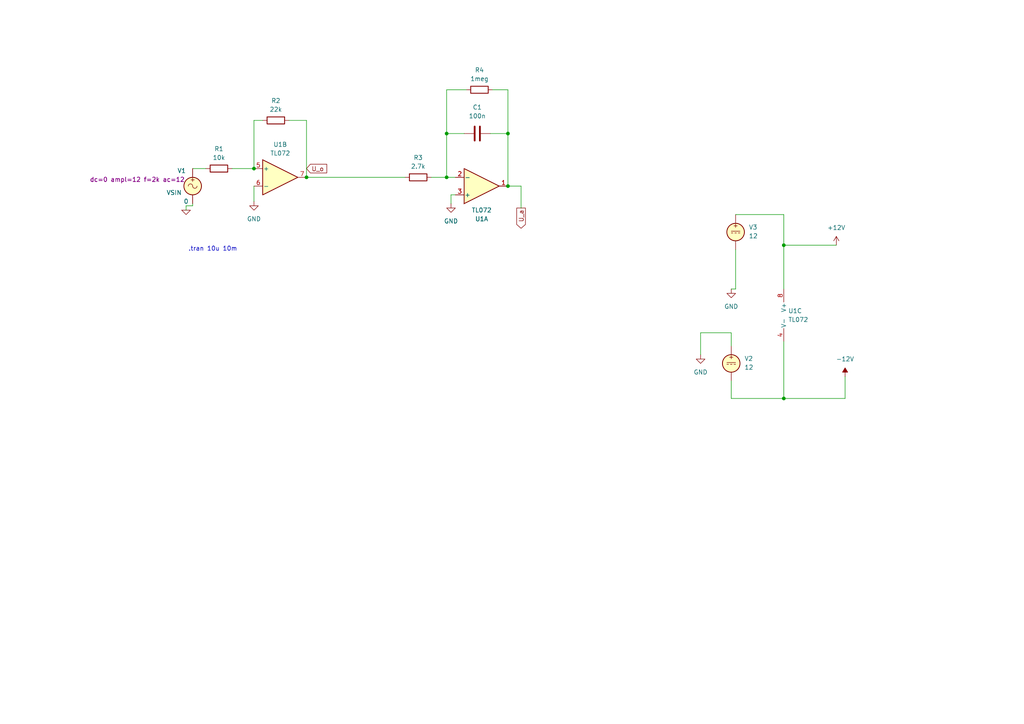
<source format=kicad_sch>
(kicad_sch (version 20230121) (generator eeschema)

  (uuid 2bfb4d56-aacb-4507-b57e-dbc901fa3ede)

  (paper "A4")

  (lib_symbols
    (symbol "Amplifier_Operational:TL072" (pin_names (offset 0.127)) (in_bom yes) (on_board yes)
      (property "Reference" "U" (at 0 5.08 0)
        (effects (font (size 1.27 1.27)) (justify left))
      )
      (property "Value" "TL072" (at 0 -5.08 0)
        (effects (font (size 1.27 1.27)) (justify left))
      )
      (property "Footprint" "" (at 0 0 0)
        (effects (font (size 1.27 1.27)) hide)
      )
      (property "Datasheet" "http://www.ti.com/lit/ds/symlink/tl071.pdf" (at 0 0 0)
        (effects (font (size 1.27 1.27)) hide)
      )
      (property "ki_locked" "" (at 0 0 0)
        (effects (font (size 1.27 1.27)))
      )
      (property "ki_keywords" "dual opamp" (at 0 0 0)
        (effects (font (size 1.27 1.27)) hide)
      )
      (property "ki_description" "Dual Low-Noise JFET-Input Operational Amplifiers, DIP-8/SOIC-8" (at 0 0 0)
        (effects (font (size 1.27 1.27)) hide)
      )
      (property "ki_fp_filters" "SOIC*3.9x4.9mm*P1.27mm* DIP*W7.62mm* TO*99* OnSemi*Micro8* TSSOP*3x3mm*P0.65mm* TSSOP*4.4x3mm*P0.65mm* MSOP*3x3mm*P0.65mm* SSOP*3.9x4.9mm*P0.635mm* LFCSP*2x2mm*P0.5mm* *SIP* SOIC*5.3x6.2mm*P1.27mm*" (at 0 0 0)
        (effects (font (size 1.27 1.27)) hide)
      )
      (symbol "TL072_1_1"
        (polyline
          (pts
            (xy -5.08 5.08)
            (xy 5.08 0)
            (xy -5.08 -5.08)
            (xy -5.08 5.08)
          )
          (stroke (width 0.254) (type default))
          (fill (type background))
        )
        (pin output line (at 7.62 0 180) (length 2.54)
          (name "~" (effects (font (size 1.27 1.27))))
          (number "1" (effects (font (size 1.27 1.27))))
        )
        (pin input line (at -7.62 -2.54 0) (length 2.54)
          (name "-" (effects (font (size 1.27 1.27))))
          (number "2" (effects (font (size 1.27 1.27))))
        )
        (pin input line (at -7.62 2.54 0) (length 2.54)
          (name "+" (effects (font (size 1.27 1.27))))
          (number "3" (effects (font (size 1.27 1.27))))
        )
      )
      (symbol "TL072_2_1"
        (polyline
          (pts
            (xy -5.08 5.08)
            (xy 5.08 0)
            (xy -5.08 -5.08)
            (xy -5.08 5.08)
          )
          (stroke (width 0.254) (type default))
          (fill (type background))
        )
        (pin input line (at -7.62 2.54 0) (length 2.54)
          (name "+" (effects (font (size 1.27 1.27))))
          (number "5" (effects (font (size 1.27 1.27))))
        )
        (pin input line (at -7.62 -2.54 0) (length 2.54)
          (name "-" (effects (font (size 1.27 1.27))))
          (number "6" (effects (font (size 1.27 1.27))))
        )
        (pin output line (at 7.62 0 180) (length 2.54)
          (name "~" (effects (font (size 1.27 1.27))))
          (number "7" (effects (font (size 1.27 1.27))))
        )
      )
      (symbol "TL072_3_1"
        (pin power_in line (at -2.54 -7.62 90) (length 3.81)
          (name "V-" (effects (font (size 1.27 1.27))))
          (number "4" (effects (font (size 1.27 1.27))))
        )
        (pin power_in line (at -2.54 7.62 270) (length 3.81)
          (name "V+" (effects (font (size 1.27 1.27))))
          (number "8" (effects (font (size 1.27 1.27))))
        )
      )
    )
    (symbol "Device:C" (pin_numbers hide) (pin_names (offset 0.254)) (in_bom yes) (on_board yes)
      (property "Reference" "C" (at 0.635 2.54 0)
        (effects (font (size 1.27 1.27)) (justify left))
      )
      (property "Value" "C" (at 0.635 -2.54 0)
        (effects (font (size 1.27 1.27)) (justify left))
      )
      (property "Footprint" "" (at 0.9652 -3.81 0)
        (effects (font (size 1.27 1.27)) hide)
      )
      (property "Datasheet" "~" (at 0 0 0)
        (effects (font (size 1.27 1.27)) hide)
      )
      (property "ki_keywords" "cap capacitor" (at 0 0 0)
        (effects (font (size 1.27 1.27)) hide)
      )
      (property "ki_description" "Unpolarized capacitor" (at 0 0 0)
        (effects (font (size 1.27 1.27)) hide)
      )
      (property "ki_fp_filters" "C_*" (at 0 0 0)
        (effects (font (size 1.27 1.27)) hide)
      )
      (symbol "C_0_1"
        (polyline
          (pts
            (xy -2.032 -0.762)
            (xy 2.032 -0.762)
          )
          (stroke (width 0.508) (type default))
          (fill (type none))
        )
        (polyline
          (pts
            (xy -2.032 0.762)
            (xy 2.032 0.762)
          )
          (stroke (width 0.508) (type default))
          (fill (type none))
        )
      )
      (symbol "C_1_1"
        (pin passive line (at 0 3.81 270) (length 2.794)
          (name "~" (effects (font (size 1.27 1.27))))
          (number "1" (effects (font (size 1.27 1.27))))
        )
        (pin passive line (at 0 -3.81 90) (length 2.794)
          (name "~" (effects (font (size 1.27 1.27))))
          (number "2" (effects (font (size 1.27 1.27))))
        )
      )
    )
    (symbol "Device:R" (pin_numbers hide) (pin_names (offset 0)) (in_bom yes) (on_board yes)
      (property "Reference" "R" (at 2.032 0 90)
        (effects (font (size 1.27 1.27)))
      )
      (property "Value" "R" (at 0 0 90)
        (effects (font (size 1.27 1.27)))
      )
      (property "Footprint" "" (at -1.778 0 90)
        (effects (font (size 1.27 1.27)) hide)
      )
      (property "Datasheet" "~" (at 0 0 0)
        (effects (font (size 1.27 1.27)) hide)
      )
      (property "ki_keywords" "R res resistor" (at 0 0 0)
        (effects (font (size 1.27 1.27)) hide)
      )
      (property "ki_description" "Resistor" (at 0 0 0)
        (effects (font (size 1.27 1.27)) hide)
      )
      (property "ki_fp_filters" "R_*" (at 0 0 0)
        (effects (font (size 1.27 1.27)) hide)
      )
      (symbol "R_0_1"
        (rectangle (start -1.016 -2.54) (end 1.016 2.54)
          (stroke (width 0.254) (type default))
          (fill (type none))
        )
      )
      (symbol "R_1_1"
        (pin passive line (at 0 3.81 270) (length 1.27)
          (name "~" (effects (font (size 1.27 1.27))))
          (number "1" (effects (font (size 1.27 1.27))))
        )
        (pin passive line (at 0 -3.81 90) (length 1.27)
          (name "~" (effects (font (size 1.27 1.27))))
          (number "2" (effects (font (size 1.27 1.27))))
        )
      )
    )
    (symbol "Simulation_SPICE:0" (power) (pin_names (offset 0)) (in_bom yes) (on_board yes)
      (property "Reference" "#GND" (at 0 -2.54 0)
        (effects (font (size 1.27 1.27)) hide)
      )
      (property "Value" "0" (at 0 -1.778 0)
        (effects (font (size 1.27 1.27)))
      )
      (property "Footprint" "" (at 0 0 0)
        (effects (font (size 1.27 1.27)) hide)
      )
      (property "Datasheet" "~" (at 0 0 0)
        (effects (font (size 1.27 1.27)) hide)
      )
      (property "ki_keywords" "simulation" (at 0 0 0)
        (effects (font (size 1.27 1.27)) hide)
      )
      (property "ki_description" "0V reference potential for simulation" (at 0 0 0)
        (effects (font (size 1.27 1.27)) hide)
      )
      (symbol "0_0_1"
        (polyline
          (pts
            (xy -1.27 0)
            (xy 0 -1.27)
            (xy 1.27 0)
            (xy -1.27 0)
          )
          (stroke (width 0) (type default))
          (fill (type none))
        )
      )
      (symbol "0_1_1"
        (pin power_in line (at 0 0 0) (length 0) hide
          (name "0" (effects (font (size 1.016 1.016))))
          (number "1" (effects (font (size 1.016 1.016))))
        )
      )
    )
    (symbol "Simulation_SPICE:VDC" (pin_numbers hide) (pin_names (offset 0.0254)) (in_bom yes) (on_board yes)
      (property "Reference" "V" (at 2.54 2.54 0)
        (effects (font (size 1.27 1.27)) (justify left))
      )
      (property "Value" "1" (at 2.54 0 0)
        (effects (font (size 1.27 1.27)) (justify left))
      )
      (property "Footprint" "" (at 0 0 0)
        (effects (font (size 1.27 1.27)) hide)
      )
      (property "Datasheet" "~" (at 0 0 0)
        (effects (font (size 1.27 1.27)) hide)
      )
      (property "Sim.Pins" "1=+ 2=-" (at 0 0 0)
        (effects (font (size 1.27 1.27)) hide)
      )
      (property "Sim.Type" "DC" (at 0 0 0)
        (effects (font (size 1.27 1.27)) hide)
      )
      (property "Sim.Device" "V" (at 0 0 0)
        (effects (font (size 1.27 1.27)) (justify left) hide)
      )
      (property "ki_keywords" "simulation" (at 0 0 0)
        (effects (font (size 1.27 1.27)) hide)
      )
      (property "ki_description" "Voltage source, DC" (at 0 0 0)
        (effects (font (size 1.27 1.27)) hide)
      )
      (symbol "VDC_0_0"
        (polyline
          (pts
            (xy -1.27 0.254)
            (xy 1.27 0.254)
          )
          (stroke (width 0) (type default))
          (fill (type none))
        )
        (polyline
          (pts
            (xy -0.762 -0.254)
            (xy -1.27 -0.254)
          )
          (stroke (width 0) (type default))
          (fill (type none))
        )
        (polyline
          (pts
            (xy 0.254 -0.254)
            (xy -0.254 -0.254)
          )
          (stroke (width 0) (type default))
          (fill (type none))
        )
        (polyline
          (pts
            (xy 1.27 -0.254)
            (xy 0.762 -0.254)
          )
          (stroke (width 0) (type default))
          (fill (type none))
        )
        (text "+" (at 0 1.905 0)
          (effects (font (size 1.27 1.27)))
        )
      )
      (symbol "VDC_0_1"
        (circle (center 0 0) (radius 2.54)
          (stroke (width 0.254) (type default))
          (fill (type background))
        )
      )
      (symbol "VDC_1_1"
        (pin passive line (at 0 5.08 270) (length 2.54)
          (name "~" (effects (font (size 1.27 1.27))))
          (number "1" (effects (font (size 1.27 1.27))))
        )
        (pin passive line (at 0 -5.08 90) (length 2.54)
          (name "~" (effects (font (size 1.27 1.27))))
          (number "2" (effects (font (size 1.27 1.27))))
        )
      )
    )
    (symbol "Simulation_SPICE:VSIN" (pin_numbers hide) (pin_names (offset 0.0254)) (in_bom yes) (on_board yes)
      (property "Reference" "V" (at 2.54 2.54 0)
        (effects (font (size 1.27 1.27)) (justify left))
      )
      (property "Value" "VSIN" (at 2.54 0 0)
        (effects (font (size 1.27 1.27)) (justify left))
      )
      (property "Footprint" "" (at 0 0 0)
        (effects (font (size 1.27 1.27)) hide)
      )
      (property "Datasheet" "~" (at 0 0 0)
        (effects (font (size 1.27 1.27)) hide)
      )
      (property "Sim.Pins" "1=+ 2=-" (at 0 0 0)
        (effects (font (size 1.27 1.27)) hide)
      )
      (property "Sim.Params" "dc=0 ampl=1 f=1k ac=1" (at 2.54 -2.54 0)
        (effects (font (size 1.27 1.27)) (justify left))
      )
      (property "Sim.Type" "SIN" (at 0 0 0)
        (effects (font (size 1.27 1.27)) hide)
      )
      (property "Sim.Device" "V" (at 0 0 0)
        (effects (font (size 1.27 1.27)) (justify left) hide)
      )
      (property "ki_keywords" "simulation ac vac" (at 0 0 0)
        (effects (font (size 1.27 1.27)) hide)
      )
      (property "ki_description" "Voltage source, sinusoidal" (at 0 0 0)
        (effects (font (size 1.27 1.27)) hide)
      )
      (symbol "VSIN_0_0"
        (arc (start 0 0) (mid -0.635 0.6323) (end -1.27 0)
          (stroke (width 0) (type default))
          (fill (type none))
        )
        (arc (start 0 0) (mid 0.635 -0.6323) (end 1.27 0)
          (stroke (width 0) (type default))
          (fill (type none))
        )
        (text "+" (at 0 1.905 0)
          (effects (font (size 1.27 1.27)))
        )
      )
      (symbol "VSIN_0_1"
        (circle (center 0 0) (radius 2.54)
          (stroke (width 0.254) (type default))
          (fill (type background))
        )
      )
      (symbol "VSIN_1_1"
        (pin passive line (at 0 5.08 270) (length 2.54)
          (name "~" (effects (font (size 1.27 1.27))))
          (number "1" (effects (font (size 1.27 1.27))))
        )
        (pin passive line (at 0 -5.08 90) (length 2.54)
          (name "~" (effects (font (size 1.27 1.27))))
          (number "2" (effects (font (size 1.27 1.27))))
        )
      )
    )
    (symbol "power:+12V" (power) (pin_names (offset 0)) (in_bom yes) (on_board yes)
      (property "Reference" "#PWR" (at 0 -3.81 0)
        (effects (font (size 1.27 1.27)) hide)
      )
      (property "Value" "+12V" (at 0 3.556 0)
        (effects (font (size 1.27 1.27)))
      )
      (property "Footprint" "" (at 0 0 0)
        (effects (font (size 1.27 1.27)) hide)
      )
      (property "Datasheet" "" (at 0 0 0)
        (effects (font (size 1.27 1.27)) hide)
      )
      (property "ki_keywords" "global power" (at 0 0 0)
        (effects (font (size 1.27 1.27)) hide)
      )
      (property "ki_description" "Power symbol creates a global label with name \"+12V\"" (at 0 0 0)
        (effects (font (size 1.27 1.27)) hide)
      )
      (symbol "+12V_0_1"
        (polyline
          (pts
            (xy -0.762 1.27)
            (xy 0 2.54)
          )
          (stroke (width 0) (type default))
          (fill (type none))
        )
        (polyline
          (pts
            (xy 0 0)
            (xy 0 2.54)
          )
          (stroke (width 0) (type default))
          (fill (type none))
        )
        (polyline
          (pts
            (xy 0 2.54)
            (xy 0.762 1.27)
          )
          (stroke (width 0) (type default))
          (fill (type none))
        )
      )
      (symbol "+12V_1_1"
        (pin power_in line (at 0 0 90) (length 0) hide
          (name "+12V" (effects (font (size 1.27 1.27))))
          (number "1" (effects (font (size 1.27 1.27))))
        )
      )
    )
    (symbol "power:-12V" (power) (pin_names (offset 0)) (in_bom yes) (on_board yes)
      (property "Reference" "#PWR" (at 0 2.54 0)
        (effects (font (size 1.27 1.27)) hide)
      )
      (property "Value" "-12V" (at 0 3.81 0)
        (effects (font (size 1.27 1.27)))
      )
      (property "Footprint" "" (at 0 0 0)
        (effects (font (size 1.27 1.27)) hide)
      )
      (property "Datasheet" "" (at 0 0 0)
        (effects (font (size 1.27 1.27)) hide)
      )
      (property "ki_keywords" "global power" (at 0 0 0)
        (effects (font (size 1.27 1.27)) hide)
      )
      (property "ki_description" "Power symbol creates a global label with name \"-12V\"" (at 0 0 0)
        (effects (font (size 1.27 1.27)) hide)
      )
      (symbol "-12V_0_0"
        (pin power_in line (at 0 0 90) (length 0) hide
          (name "-12V" (effects (font (size 1.27 1.27))))
          (number "1" (effects (font (size 1.27 1.27))))
        )
      )
      (symbol "-12V_0_1"
        (polyline
          (pts
            (xy 0 0)
            (xy 0 1.27)
            (xy 0.762 1.27)
            (xy 0 2.54)
            (xy -0.762 1.27)
            (xy 0 1.27)
          )
          (stroke (width 0) (type default))
          (fill (type outline))
        )
      )
    )
    (symbol "power:GND" (power) (pin_names (offset 0)) (in_bom yes) (on_board yes)
      (property "Reference" "#PWR" (at 0 -6.35 0)
        (effects (font (size 1.27 1.27)) hide)
      )
      (property "Value" "GND" (at 0 -3.81 0)
        (effects (font (size 1.27 1.27)))
      )
      (property "Footprint" "" (at 0 0 0)
        (effects (font (size 1.27 1.27)) hide)
      )
      (property "Datasheet" "" (at 0 0 0)
        (effects (font (size 1.27 1.27)) hide)
      )
      (property "ki_keywords" "global power" (at 0 0 0)
        (effects (font (size 1.27 1.27)) hide)
      )
      (property "ki_description" "Power symbol creates a global label with name \"GND\" , ground" (at 0 0 0)
        (effects (font (size 1.27 1.27)) hide)
      )
      (symbol "GND_0_1"
        (polyline
          (pts
            (xy 0 0)
            (xy 0 -1.27)
            (xy 1.27 -1.27)
            (xy 0 -2.54)
            (xy -1.27 -1.27)
            (xy 0 -1.27)
          )
          (stroke (width 0) (type default))
          (fill (type none))
        )
      )
      (symbol "GND_1_1"
        (pin power_in line (at 0 0 270) (length 0) hide
          (name "GND" (effects (font (size 1.27 1.27))))
          (number "1" (effects (font (size 1.27 1.27))))
        )
      )
    )
  )

  (junction (at 147.32 38.735) (diameter 0) (color 0 0 0 0)
    (uuid 05bd8c15-a81f-419b-b4f7-83fc6b966a1c)
  )
  (junction (at 129.54 51.435) (diameter 0) (color 0 0 0 0)
    (uuid 3996d8af-63dc-453f-a7a8-10b06a25194d)
  )
  (junction (at 129.54 38.735) (diameter 0) (color 0 0 0 0)
    (uuid 6834ff3c-f62d-410d-9560-f187a1b72037)
  )
  (junction (at 227.33 71.12) (diameter 0) (color 0 0 0 0)
    (uuid 6a89ef1c-a753-4958-b53a-48533f69bcb5)
  )
  (junction (at 147.32 53.975) (diameter 0) (color 0 0 0 0)
    (uuid 7a028f84-c4a8-4a56-b497-0f7614691634)
  )
  (junction (at 227.33 115.57) (diameter 0) (color 0 0 0 0)
    (uuid 86421868-34e2-4876-b3ae-f3a2ea10353b)
  )
  (junction (at 73.66 48.895) (diameter 0) (color 0 0 0 0)
    (uuid f9f46acc-6ded-40ba-85a0-513321f14aaa)
  )
  (junction (at 88.9 51.435) (diameter 0) (color 0 0 0 0)
    (uuid fe2403c4-459c-4536-bebb-02fbc64216d0)
  )

  (wire (pts (xy 203.2 96.52) (xy 212.09 96.52))
    (stroke (width 0) (type default))
    (uuid 1491ed6a-30fc-4482-834b-620a2990f21e)
  )
  (wire (pts (xy 213.36 72.39) (xy 213.36 83.82))
    (stroke (width 0) (type default))
    (uuid 17cd3ca0-084d-4848-b9ea-cd493e249860)
  )
  (wire (pts (xy 73.66 34.925) (xy 73.66 48.895))
    (stroke (width 0) (type default))
    (uuid 1844789a-0d78-4f51-9f67-ff9c0e2a74e4)
  )
  (wire (pts (xy 88.9 34.925) (xy 88.9 51.435))
    (stroke (width 0) (type default))
    (uuid 1bbfbe01-c9db-4e23-8ceb-bb1ed5aeb7cc)
  )
  (wire (pts (xy 134.62 38.735) (xy 129.54 38.735))
    (stroke (width 0) (type default))
    (uuid 1f5411d1-08a2-4d4b-9ac5-cee4074b042b)
  )
  (wire (pts (xy 242.57 71.12) (xy 227.33 71.12))
    (stroke (width 0) (type default))
    (uuid 20325190-fbc1-43df-8076-16d5b95737c6)
  )
  (wire (pts (xy 83.82 34.925) (xy 88.9 34.925))
    (stroke (width 0) (type default))
    (uuid 2b214413-e267-4a8b-a016-d897043ed8e9)
  )
  (wire (pts (xy 227.33 71.12) (xy 227.33 83.82))
    (stroke (width 0) (type default))
    (uuid 2cd123cb-08db-4280-b96e-05a063523cc4)
  )
  (wire (pts (xy 147.32 26.035) (xy 147.32 38.735))
    (stroke (width 0) (type default))
    (uuid 2d3276ca-dec6-43af-b9cd-0784f2523944)
  )
  (wire (pts (xy 53.975 60.96) (xy 53.975 59.69))
    (stroke (width 0) (type default))
    (uuid 310cbad3-305e-49fa-9e6e-8c1befcc3b71)
  )
  (wire (pts (xy 213.36 62.23) (xy 227.33 62.23))
    (stroke (width 0) (type default))
    (uuid 33d23401-ee96-4594-8f14-b6c51b80ef7c)
  )
  (wire (pts (xy 59.69 48.895) (xy 55.88 48.895))
    (stroke (width 0) (type default))
    (uuid 3a6a000c-18f0-4ce8-9508-97e665f3df74)
  )
  (wire (pts (xy 151.13 53.975) (xy 147.32 53.975))
    (stroke (width 0) (type default))
    (uuid 3acd9c53-8f3b-4b21-b9ff-1eac4b75e703)
  )
  (wire (pts (xy 73.66 53.975) (xy 73.66 58.42))
    (stroke (width 0) (type default))
    (uuid 458858c8-b8a3-45ce-9b8d-4396623ac155)
  )
  (wire (pts (xy 55.88 59.69) (xy 55.88 59.055))
    (stroke (width 0) (type default))
    (uuid 46d0c212-d4fe-4c5a-b20b-0f872f31c8f0)
  )
  (wire (pts (xy 125.095 51.435) (xy 129.54 51.435))
    (stroke (width 0) (type default))
    (uuid 4b95fe8c-7de5-4c63-b912-8d082821a98c)
  )
  (wire (pts (xy 67.31 48.895) (xy 73.66 48.895))
    (stroke (width 0) (type default))
    (uuid 4ccbbfdd-0e66-42a7-be76-546f1f21cd7e)
  )
  (wire (pts (xy 213.36 83.82) (xy 212.09 83.82))
    (stroke (width 0) (type default))
    (uuid 4fd994b4-8f5f-4205-bf51-447703dc063f)
  )
  (wire (pts (xy 142.24 38.735) (xy 147.32 38.735))
    (stroke (width 0) (type default))
    (uuid 575df4d5-66df-4dc4-a914-8e4b32e1e097)
  )
  (wire (pts (xy 227.33 115.57) (xy 245.11 115.57))
    (stroke (width 0) (type default))
    (uuid 60445fb6-7177-4d7f-b063-7bc71a6a6f88)
  )
  (wire (pts (xy 212.09 115.57) (xy 227.33 115.57))
    (stroke (width 0) (type default))
    (uuid 6d73ed47-5f0c-40a4-a500-19470f8762c1)
  )
  (wire (pts (xy 212.09 96.52) (xy 212.09 100.33))
    (stroke (width 0) (type default))
    (uuid 754a372c-063f-44cc-a1cd-fb1c4f4eb45b)
  )
  (wire (pts (xy 142.875 26.035) (xy 147.32 26.035))
    (stroke (width 0) (type default))
    (uuid 79002e9c-b5e0-463b-bcc4-0a9a472cf48f)
  )
  (wire (pts (xy 147.32 38.735) (xy 147.32 53.975))
    (stroke (width 0) (type default))
    (uuid 7b90642c-1f0c-4384-82d0-ca9f0c3250cf)
  )
  (wire (pts (xy 129.54 51.435) (xy 132.08 51.435))
    (stroke (width 0) (type default))
    (uuid 7d86d0ea-7666-4afc-81d5-d173db8f0f42)
  )
  (wire (pts (xy 227.33 62.23) (xy 227.33 71.12))
    (stroke (width 0) (type default))
    (uuid 8bfa8c36-4e33-4392-9559-c3c087b4e42e)
  )
  (wire (pts (xy 227.33 99.06) (xy 227.33 115.57))
    (stroke (width 0) (type default))
    (uuid 90938749-bd41-45e8-a99e-f1fb1203d75e)
  )
  (wire (pts (xy 203.2 102.87) (xy 203.2 96.52))
    (stroke (width 0) (type default))
    (uuid a43eea85-aea5-470b-88e7-9baa3abb4b07)
  )
  (wire (pts (xy 132.08 56.515) (xy 130.81 56.515))
    (stroke (width 0) (type default))
    (uuid a8ec3f5a-fb6a-426e-a91a-ce874ef4d9a2)
  )
  (wire (pts (xy 76.2 34.925) (xy 73.66 34.925))
    (stroke (width 0) (type default))
    (uuid a98a2eac-c6e9-45f4-8815-5e2ac5e46b60)
  )
  (wire (pts (xy 212.09 110.49) (xy 212.09 115.57))
    (stroke (width 0) (type default))
    (uuid b6455ff5-7c94-4b05-803d-65b59148bd0e)
  )
  (wire (pts (xy 88.9 51.435) (xy 117.475 51.435))
    (stroke (width 0) (type default))
    (uuid c6057478-cb5d-435f-b988-611f629a3b9e)
  )
  (wire (pts (xy 130.81 56.515) (xy 130.81 59.055))
    (stroke (width 0) (type default))
    (uuid c966d71c-048e-46cd-9631-aab4e577d9fc)
  )
  (wire (pts (xy 135.255 26.035) (xy 129.54 26.035))
    (stroke (width 0) (type default))
    (uuid d428ce35-b6fb-468b-bbf0-501437c33802)
  )
  (wire (pts (xy 151.13 60.325) (xy 151.13 53.975))
    (stroke (width 0) (type default))
    (uuid e9580ef4-2604-4fab-b298-6ebce1589623)
  )
  (wire (pts (xy 129.54 38.735) (xy 129.54 51.435))
    (stroke (width 0) (type default))
    (uuid eb3e9a30-3983-46f1-a727-87a51c6aa7c7)
  )
  (wire (pts (xy 53.975 59.69) (xy 55.88 59.69))
    (stroke (width 0) (type default))
    (uuid f5ce7d1e-1aa1-475b-a809-55f2185cceb6)
  )
  (wire (pts (xy 245.11 109.22) (xy 245.11 115.57))
    (stroke (width 0) (type default))
    (uuid fdff9e68-5b1a-4100-8fa9-88867cdcefc0)
  )
  (wire (pts (xy 129.54 26.035) (xy 129.54 38.735))
    (stroke (width 0) (type default))
    (uuid ff5114a0-0f52-4f3b-96fc-7f3558bcc779)
  )

  (text ".tran 10u 10m\n" (at 54.61 73.025 0)
    (effects (font (size 1.27 1.27)) (justify left bottom))
    (uuid 9fe824af-f302-4922-85a0-8a74386e9232)
  )

  (global_label "U_a" (shape output) (at 151.13 60.325 270) (fields_autoplaced)
    (effects (font (size 1.27 1.27)) (justify right))
    (uuid 42385e52-8a3f-4e11-bf73-1d1055ddd5e5)
    (property "Intersheetrefs" "${INTERSHEET_REFS}" (at 151.13 66.7573 90)
      (effects (font (size 1.27 1.27)) (justify right) hide)
    )
  )
  (global_label "U_o" (shape input) (at 88.9 48.895 0) (fields_autoplaced)
    (effects (font (size 1.27 1.27)) (justify left))
    (uuid 73505be5-5f4d-4d6e-a6df-7094d37c2acd)
    (property "Intersheetrefs" "${INTERSHEET_REFS}" (at 95.3323 48.895 0)
      (effects (font (size 1.27 1.27)) (justify left) hide)
    )
  )

  (symbol (lib_id "Simulation_SPICE:VDC") (at 212.09 105.41 0) (unit 1)
    (in_bom yes) (on_board yes) (dnp no) (fields_autoplaced)
    (uuid 113d1637-770d-41d9-9e07-20146d57544d)
    (property "Reference" "V2" (at 215.9 104.0102 0)
      (effects (font (size 1.27 1.27)) (justify left))
    )
    (property "Value" "12" (at 215.9 106.5502 0)
      (effects (font (size 1.27 1.27)) (justify left))
    )
    (property "Footprint" "" (at 212.09 105.41 0)
      (effects (font (size 1.27 1.27)) hide)
    )
    (property "Datasheet" "~" (at 212.09 105.41 0)
      (effects (font (size 1.27 1.27)) hide)
    )
    (property "Sim.Pins" "1=+ 2=-" (at 212.09 105.41 0)
      (effects (font (size 1.27 1.27)) hide)
    )
    (property "Sim.Type" "DC" (at 212.09 105.41 0)
      (effects (font (size 1.27 1.27)) hide)
    )
    (property "Sim.Device" "V" (at 212.09 105.41 0)
      (effects (font (size 1.27 1.27)) (justify left) hide)
    )
    (pin "2" (uuid c1ecc732-2f82-4db3-95b5-b98b85dc289a))
    (pin "1" (uuid cd51a632-6d65-425a-998d-3db3d4dacba4))
    (instances
      (project "DreieckRechteckoszillator"
        (path "/2bfb4d56-aacb-4507-b57e-dbc901fa3ede"
          (reference "V2") (unit 1)
        )
      )
    )
  )

  (symbol (lib_id "power:GND") (at 130.81 59.055 0) (unit 1)
    (in_bom yes) (on_board yes) (dnp no) (fields_autoplaced)
    (uuid 2374d456-ba05-4d1c-80e4-01fc5dba4247)
    (property "Reference" "#PWR02" (at 130.81 65.405 0)
      (effects (font (size 1.27 1.27)) hide)
    )
    (property "Value" "GND" (at 130.81 64.135 0)
      (effects (font (size 1.27 1.27)))
    )
    (property "Footprint" "" (at 130.81 59.055 0)
      (effects (font (size 1.27 1.27)) hide)
    )
    (property "Datasheet" "" (at 130.81 59.055 0)
      (effects (font (size 1.27 1.27)) hide)
    )
    (pin "1" (uuid e3e1e173-8585-4a36-8750-2bbcc66f879e))
    (instances
      (project "DreieckRechteckoszillator"
        (path "/2bfb4d56-aacb-4507-b57e-dbc901fa3ede"
          (reference "#PWR02") (unit 1)
        )
      )
    )
  )

  (symbol (lib_id "Device:C") (at 138.43 38.735 90) (unit 1)
    (in_bom yes) (on_board yes) (dnp no) (fields_autoplaced)
    (uuid 305ddbb2-987a-47b9-8365-06d1eb779f17)
    (property "Reference" "C1" (at 138.43 31.115 90)
      (effects (font (size 1.27 1.27)))
    )
    (property "Value" "100n" (at 138.43 33.655 90)
      (effects (font (size 1.27 1.27)))
    )
    (property "Footprint" "" (at 142.24 37.7698 0)
      (effects (font (size 1.27 1.27)) hide)
    )
    (property "Datasheet" "~" (at 138.43 38.735 0)
      (effects (font (size 1.27 1.27)) hide)
    )
    (pin "2" (uuid ce922011-720a-41cd-927c-dc650519f6d5))
    (pin "1" (uuid e3fbe1e5-acfd-4595-8d63-e3eea8d3b649))
    (instances
      (project "DreieckRechteckoszillator"
        (path "/2bfb4d56-aacb-4507-b57e-dbc901fa3ede"
          (reference "C1") (unit 1)
        )
      )
    )
  )

  (symbol (lib_id "power:-12V") (at 245.11 109.22 0) (unit 1)
    (in_bom yes) (on_board yes) (dnp no) (fields_autoplaced)
    (uuid 3c579aaf-838d-49fb-a0c9-795007b5b714)
    (property "Reference" "#PWR06" (at 245.11 106.68 0)
      (effects (font (size 1.27 1.27)) hide)
    )
    (property "Value" "-12V" (at 245.11 104.14 0)
      (effects (font (size 1.27 1.27)))
    )
    (property "Footprint" "" (at 245.11 109.22 0)
      (effects (font (size 1.27 1.27)) hide)
    )
    (property "Datasheet" "" (at 245.11 109.22 0)
      (effects (font (size 1.27 1.27)) hide)
    )
    (pin "1" (uuid e2081b8a-6a05-458f-9904-cd0276033abf))
    (instances
      (project "DreieckRechteckoszillator"
        (path "/2bfb4d56-aacb-4507-b57e-dbc901fa3ede"
          (reference "#PWR06") (unit 1)
        )
      )
    )
  )

  (symbol (lib_id "Simulation_SPICE:VSIN") (at 55.88 53.975 0) (unit 1)
    (in_bom yes) (on_board yes) (dnp no)
    (uuid 4332c431-1b86-4f32-bc11-3e3c44457212)
    (property "Reference" "V1" (at 51.435 49.53 0)
      (effects (font (size 1.27 1.27)) (justify left))
    )
    (property "Value" "VSIN" (at 48.26 55.88 0)
      (effects (font (size 1.27 1.27)) (justify left))
    )
    (property "Footprint" "" (at 55.88 53.975 0)
      (effects (font (size 1.27 1.27)) hide)
    )
    (property "Datasheet" "~" (at 55.88 53.975 0)
      (effects (font (size 1.27 1.27)) hide)
    )
    (property "Sim.Pins" "1=+ 2=-" (at 55.88 53.975 0)
      (effects (font (size 1.27 1.27)) hide)
    )
    (property "Sim.Params" "dc=0 ampl=12 f=2k ac=12" (at 26.035 52.07 0)
      (effects (font (size 1.27 1.27)) (justify left))
    )
    (property "Sim.Type" "SIN" (at 55.88 53.975 0)
      (effects (font (size 1.27 1.27)) hide)
    )
    (property "Sim.Device" "V" (at 55.88 53.975 0)
      (effects (font (size 1.27 1.27)) (justify left) hide)
    )
    (pin "2" (uuid 62001320-f760-44c2-bf2a-bcb1edef9dad))
    (pin "1" (uuid 1cb6c5b4-2d73-4980-b10e-daa078e66907))
    (instances
      (project "DreieckRechteckoszillator"
        (path "/2bfb4d56-aacb-4507-b57e-dbc901fa3ede"
          (reference "V1") (unit 1)
        )
      )
    )
  )

  (symbol (lib_id "power:+12V") (at 242.57 71.12 0) (unit 1)
    (in_bom yes) (on_board yes) (dnp no) (fields_autoplaced)
    (uuid 56fbcd34-ad09-4583-9bbf-4cfa57b7f440)
    (property "Reference" "#PWR05" (at 242.57 74.93 0)
      (effects (font (size 1.27 1.27)) hide)
    )
    (property "Value" "+12V" (at 242.57 66.04 0)
      (effects (font (size 1.27 1.27)))
    )
    (property "Footprint" "" (at 242.57 71.12 0)
      (effects (font (size 1.27 1.27)) hide)
    )
    (property "Datasheet" "" (at 242.57 71.12 0)
      (effects (font (size 1.27 1.27)) hide)
    )
    (pin "1" (uuid 9f7dcb1c-94a5-4de9-b239-27ecc8d40576))
    (instances
      (project "DreieckRechteckoszillator"
        (path "/2bfb4d56-aacb-4507-b57e-dbc901fa3ede"
          (reference "#PWR05") (unit 1)
        )
      )
    )
  )

  (symbol (lib_id "power:GND") (at 212.09 83.82 0) (unit 1)
    (in_bom yes) (on_board yes) (dnp no) (fields_autoplaced)
    (uuid 6270bb4a-8a96-45c1-b176-37cb46a26f03)
    (property "Reference" "#PWR04" (at 212.09 90.17 0)
      (effects (font (size 1.27 1.27)) hide)
    )
    (property "Value" "GND" (at 212.09 88.9 0)
      (effects (font (size 1.27 1.27)))
    )
    (property "Footprint" "" (at 212.09 83.82 0)
      (effects (font (size 1.27 1.27)) hide)
    )
    (property "Datasheet" "" (at 212.09 83.82 0)
      (effects (font (size 1.27 1.27)) hide)
    )
    (pin "1" (uuid 07f6d4ed-3b57-4e72-8485-d42cc67a14c1))
    (instances
      (project "DreieckRechteckoszillator"
        (path "/2bfb4d56-aacb-4507-b57e-dbc901fa3ede"
          (reference "#PWR04") (unit 1)
        )
      )
    )
  )

  (symbol (lib_id "Device:R") (at 63.5 48.895 90) (unit 1)
    (in_bom yes) (on_board yes) (dnp no) (fields_autoplaced)
    (uuid 6edfc934-ff01-42f3-8930-478cb770e36c)
    (property "Reference" "R1" (at 63.5 43.18 90)
      (effects (font (size 1.27 1.27)))
    )
    (property "Value" "10k" (at 63.5 45.72 90)
      (effects (font (size 1.27 1.27)))
    )
    (property "Footprint" "" (at 63.5 50.673 90)
      (effects (font (size 1.27 1.27)) hide)
    )
    (property "Datasheet" "~" (at 63.5 48.895 0)
      (effects (font (size 1.27 1.27)) hide)
    )
    (pin "2" (uuid 9cea1ab4-7648-4082-a551-d6bafc910ecd))
    (pin "1" (uuid 72503ed8-c085-433d-b978-866d8a6c63c9))
    (instances
      (project "DreieckRechteckoszillator"
        (path "/2bfb4d56-aacb-4507-b57e-dbc901fa3ede"
          (reference "R1") (unit 1)
        )
      )
    )
  )

  (symbol (lib_id "power:GND") (at 203.2 102.87 0) (unit 1)
    (in_bom yes) (on_board yes) (dnp no) (fields_autoplaced)
    (uuid 7440a5b2-d084-44c5-b407-c7050453d02d)
    (property "Reference" "#PWR03" (at 203.2 109.22 0)
      (effects (font (size 1.27 1.27)) hide)
    )
    (property "Value" "GND" (at 203.2 107.95 0)
      (effects (font (size 1.27 1.27)))
    )
    (property "Footprint" "" (at 203.2 102.87 0)
      (effects (font (size 1.27 1.27)) hide)
    )
    (property "Datasheet" "" (at 203.2 102.87 0)
      (effects (font (size 1.27 1.27)) hide)
    )
    (pin "1" (uuid da1bedce-eb41-438d-bb61-7bcd7f375139))
    (instances
      (project "DreieckRechteckoszillator"
        (path "/2bfb4d56-aacb-4507-b57e-dbc901fa3ede"
          (reference "#PWR03") (unit 1)
        )
      )
    )
  )

  (symbol (lib_id "Device:R") (at 139.065 26.035 90) (unit 1)
    (in_bom yes) (on_board yes) (dnp no) (fields_autoplaced)
    (uuid 8f08a1cc-240e-4c14-abbb-7baada793c1f)
    (property "Reference" "R4" (at 139.065 20.32 90)
      (effects (font (size 1.27 1.27)))
    )
    (property "Value" "1meg" (at 139.065 22.86 90)
      (effects (font (size 1.27 1.27)))
    )
    (property "Footprint" "" (at 139.065 27.813 90)
      (effects (font (size 1.27 1.27)) hide)
    )
    (property "Datasheet" "~" (at 139.065 26.035 0)
      (effects (font (size 1.27 1.27)) hide)
    )
    (pin "2" (uuid 4ee05760-b52e-4bcc-8129-dfb8bf95f418))
    (pin "1" (uuid 7d9b62e6-96cc-4d8e-a18e-64d5f576236b))
    (instances
      (project "DreieckRechteckoszillator"
        (path "/2bfb4d56-aacb-4507-b57e-dbc901fa3ede"
          (reference "R4") (unit 1)
        )
      )
    )
  )

  (symbol (lib_id "Simulation_SPICE:0") (at 53.975 60.96 0) (unit 1)
    (in_bom yes) (on_board yes) (dnp no) (fields_autoplaced)
    (uuid 924d3b71-42be-4b0a-aef3-fe15e331ea41)
    (property "Reference" "#GND01" (at 53.975 63.5 0)
      (effects (font (size 1.27 1.27)) hide)
    )
    (property "Value" "0" (at 53.975 58.42 0)
      (effects (font (size 1.27 1.27)))
    )
    (property "Footprint" "" (at 53.975 60.96 0)
      (effects (font (size 1.27 1.27)) hide)
    )
    (property "Datasheet" "~" (at 53.975 60.96 0)
      (effects (font (size 1.27 1.27)) hide)
    )
    (pin "1" (uuid 028b295d-c73b-432d-b160-e1d4b5cb02eb))
    (instances
      (project "DreieckRechteckoszillator"
        (path "/2bfb4d56-aacb-4507-b57e-dbc901fa3ede"
          (reference "#GND01") (unit 1)
        )
      )
    )
  )

  (symbol (lib_id "Amplifier_Operational:TL072") (at 229.87 91.44 0) (unit 3)
    (in_bom yes) (on_board yes) (dnp no) (fields_autoplaced)
    (uuid 98750811-e118-4818-859e-41c928677e37)
    (property "Reference" "U1" (at 228.6 90.17 0)
      (effects (font (size 1.27 1.27)) (justify left))
    )
    (property "Value" "TL072" (at 228.6 92.71 0)
      (effects (font (size 1.27 1.27)) (justify left))
    )
    (property "Footprint" "" (at 229.87 91.44 0)
      (effects (font (size 1.27 1.27)) hide)
    )
    (property "Datasheet" "http://www.ti.com/lit/ds/symlink/tl071.pdf" (at 229.87 91.44 0)
      (effects (font (size 1.27 1.27)) hide)
    )
    (property "Sim.Library" "TL072-dual.lib" (at 229.87 91.44 0)
      (effects (font (size 1.27 1.27)) hide)
    )
    (property "Sim.Name" "TL072c" (at 229.87 91.44 0)
      (effects (font (size 1.27 1.27)) hide)
    )
    (property "Sim.Device" "SUBCKT" (at 229.87 91.44 0)
      (effects (font (size 1.27 1.27)) hide)
    )
    (property "Sim.Pins" "1=1out 2=1in- 3=1in+ 4=vcc- 5=2in+ 6=2in- 7=2out 8=vcc+" (at 229.87 91.44 0)
      (effects (font (size 1.27 1.27)) hide)
    )
    (pin "6" (uuid da8bb6c3-6a52-4e9f-b289-283f9372beb8))
    (pin "4" (uuid b3c3577a-a806-45d1-bbca-991279118dab))
    (pin "5" (uuid 34a4a8da-c536-48c5-b262-7c3506cdcc2b))
    (pin "1" (uuid 77baa467-6004-44c3-96c9-6516c2fd77ac))
    (pin "3" (uuid 1bafe324-22e1-442b-a774-f22621a66a8a))
    (pin "2" (uuid 6f18db7a-eccf-42d4-85ef-66058fc545a8))
    (pin "7" (uuid b1249d74-ae1f-4c70-9e5e-b1cbda3fe61d))
    (pin "8" (uuid 0bb7150a-5b2d-4bce-9223-5c9840ab96c6))
    (instances
      (project "DreieckRechteckoszillator"
        (path "/2bfb4d56-aacb-4507-b57e-dbc901fa3ede"
          (reference "U1") (unit 3)
        )
      )
    )
  )

  (symbol (lib_id "Device:R") (at 80.01 34.925 90) (unit 1)
    (in_bom yes) (on_board yes) (dnp no) (fields_autoplaced)
    (uuid a99b9b85-2763-41dc-a08a-c498b1c06fe5)
    (property "Reference" "R2" (at 80.01 29.21 90)
      (effects (font (size 1.27 1.27)))
    )
    (property "Value" "22k" (at 80.01 31.75 90)
      (effects (font (size 1.27 1.27)))
    )
    (property "Footprint" "" (at 80.01 36.703 90)
      (effects (font (size 1.27 1.27)) hide)
    )
    (property "Datasheet" "~" (at 80.01 34.925 0)
      (effects (font (size 1.27 1.27)) hide)
    )
    (pin "2" (uuid dd6b6580-88f1-499c-932f-c23b0349c1ff))
    (pin "1" (uuid f6b5baa1-2127-4554-aab3-375bd483efd9))
    (instances
      (project "DreieckRechteckoszillator"
        (path "/2bfb4d56-aacb-4507-b57e-dbc901fa3ede"
          (reference "R2") (unit 1)
        )
      )
    )
  )

  (symbol (lib_id "Device:R") (at 121.285 51.435 90) (unit 1)
    (in_bom yes) (on_board yes) (dnp no) (fields_autoplaced)
    (uuid e345012c-c467-42dc-a826-62f15a816e9a)
    (property "Reference" "R3" (at 121.285 45.72 90)
      (effects (font (size 1.27 1.27)))
    )
    (property "Value" "2.7k" (at 121.285 48.26 90)
      (effects (font (size 1.27 1.27)))
    )
    (property "Footprint" "" (at 121.285 53.213 90)
      (effects (font (size 1.27 1.27)) hide)
    )
    (property "Datasheet" "~" (at 121.285 51.435 0)
      (effects (font (size 1.27 1.27)) hide)
    )
    (pin "2" (uuid fd8e0230-ee97-485e-a411-654bc5fbb562))
    (pin "1" (uuid 077a6246-f4a3-48d8-9912-5156bd3a3c07))
    (instances
      (project "DreieckRechteckoszillator"
        (path "/2bfb4d56-aacb-4507-b57e-dbc901fa3ede"
          (reference "R3") (unit 1)
        )
      )
    )
  )

  (symbol (lib_id "Simulation_SPICE:VDC") (at 213.36 67.31 0) (unit 1)
    (in_bom yes) (on_board yes) (dnp no) (fields_autoplaced)
    (uuid e39ccecf-55f3-4877-8686-8c3db21c36b8)
    (property "Reference" "V3" (at 217.17 65.9102 0)
      (effects (font (size 1.27 1.27)) (justify left))
    )
    (property "Value" "12" (at 217.17 68.4502 0)
      (effects (font (size 1.27 1.27)) (justify left))
    )
    (property "Footprint" "" (at 213.36 67.31 0)
      (effects (font (size 1.27 1.27)) hide)
    )
    (property "Datasheet" "~" (at 213.36 67.31 0)
      (effects (font (size 1.27 1.27)) hide)
    )
    (property "Sim.Pins" "1=+ 2=-" (at 213.36 67.31 0)
      (effects (font (size 1.27 1.27)) hide)
    )
    (property "Sim.Type" "DC" (at 213.36 67.31 0)
      (effects (font (size 1.27 1.27)) hide)
    )
    (property "Sim.Device" "V" (at 213.36 67.31 0)
      (effects (font (size 1.27 1.27)) (justify left) hide)
    )
    (pin "2" (uuid c684b2d7-163a-4285-92d0-0ee93a70c952))
    (pin "1" (uuid 5baa202c-4100-4c5e-a3ac-5324759bb882))
    (instances
      (project "DreieckRechteckoszillator"
        (path "/2bfb4d56-aacb-4507-b57e-dbc901fa3ede"
          (reference "V3") (unit 1)
        )
      )
    )
  )

  (symbol (lib_id "Amplifier_Operational:TL072") (at 139.7 53.975 0) (mirror x) (unit 1)
    (in_bom yes) (on_board yes) (dnp no)
    (uuid ecccec79-5d73-4f9d-a82e-22f2f5a8bd07)
    (property "Reference" "U1" (at 139.7 63.5 0)
      (effects (font (size 1.27 1.27)))
    )
    (property "Value" "TL072" (at 139.7 60.96 0)
      (effects (font (size 1.27 1.27)))
    )
    (property "Footprint" "" (at 139.7 53.975 0)
      (effects (font (size 1.27 1.27)) hide)
    )
    (property "Datasheet" "http://www.ti.com/lit/ds/symlink/tl071.pdf" (at 139.7 53.975 0)
      (effects (font (size 1.27 1.27)) hide)
    )
    (property "Sim.Library" "TL072-dual.lib" (at 139.7 53.975 0)
      (effects (font (size 1.27 1.27)) hide)
    )
    (property "Sim.Name" "TL072c" (at 139.7 53.975 0)
      (effects (font (size 1.27 1.27)) hide)
    )
    (property "Sim.Device" "SUBCKT" (at 139.7 53.975 0)
      (effects (font (size 1.27 1.27)) hide)
    )
    (property "Sim.Pins" "1=1out 2=1in- 3=1in+ 4=vcc- 5=2in+ 6=2in- 7=2out 8=vcc+" (at 139.7 53.975 0)
      (effects (font (size 1.27 1.27)) hide)
    )
    (pin "6" (uuid da8bb6c3-6a52-4e9f-b289-283f9372beb9))
    (pin "4" (uuid b3c3577a-a806-45d1-bbca-991279118dac))
    (pin "5" (uuid 34a4a8da-c536-48c5-b262-7c3506cdcc2c))
    (pin "1" (uuid 77baa467-6004-44c3-96c9-6516c2fd77ad))
    (pin "3" (uuid 1bafe324-22e1-442b-a774-f22621a66a8b))
    (pin "2" (uuid 6f18db7a-eccf-42d4-85ef-66058fc545a9))
    (pin "7" (uuid b1249d74-ae1f-4c70-9e5e-b1cbda3fe61e))
    (pin "8" (uuid 0bb7150a-5b2d-4bce-9223-5c9840ab96c7))
    (instances
      (project "DreieckRechteckoszillator"
        (path "/2bfb4d56-aacb-4507-b57e-dbc901fa3ede"
          (reference "U1") (unit 1)
        )
      )
    )
  )

  (symbol (lib_id "Amplifier_Operational:TL072") (at 81.28 51.435 0) (unit 2)
    (in_bom yes) (on_board yes) (dnp no) (fields_autoplaced)
    (uuid ef356387-2a12-48aa-aeb1-eac1cf01186f)
    (property "Reference" "U1" (at 81.28 41.91 0)
      (effects (font (size 1.27 1.27)))
    )
    (property "Value" "TL072" (at 81.28 44.45 0)
      (effects (font (size 1.27 1.27)))
    )
    (property "Footprint" "" (at 81.28 51.435 0)
      (effects (font (size 1.27 1.27)) hide)
    )
    (property "Datasheet" "http://www.ti.com/lit/ds/symlink/tl071.pdf" (at 81.28 51.435 0)
      (effects (font (size 1.27 1.27)) hide)
    )
    (property "Sim.Library" "TL072-dual.lib" (at 81.28 51.435 0)
      (effects (font (size 1.27 1.27)) hide)
    )
    (property "Sim.Name" "TL072c" (at 81.28 51.435 0)
      (effects (font (size 1.27 1.27)) hide)
    )
    (property "Sim.Device" "SUBCKT" (at 81.28 51.435 0)
      (effects (font (size 1.27 1.27)) hide)
    )
    (property "Sim.Pins" "1=1out 2=1in- 3=1in+ 4=vcc- 5=2in+ 6=2in- 7=2out 8=vcc+" (at 81.28 51.435 0)
      (effects (font (size 1.27 1.27)) hide)
    )
    (pin "6" (uuid da8bb6c3-6a52-4e9f-b289-283f9372beba))
    (pin "4" (uuid b3c3577a-a806-45d1-bbca-991279118dad))
    (pin "5" (uuid 34a4a8da-c536-48c5-b262-7c3506cdcc2d))
    (pin "1" (uuid 77baa467-6004-44c3-96c9-6516c2fd77ae))
    (pin "3" (uuid 1bafe324-22e1-442b-a774-f22621a66a8c))
    (pin "2" (uuid 6f18db7a-eccf-42d4-85ef-66058fc545aa))
    (pin "7" (uuid b1249d74-ae1f-4c70-9e5e-b1cbda3fe61f))
    (pin "8" (uuid 0bb7150a-5b2d-4bce-9223-5c9840ab96c8))
    (instances
      (project "DreieckRechteckoszillator"
        (path "/2bfb4d56-aacb-4507-b57e-dbc901fa3ede"
          (reference "U1") (unit 2)
        )
      )
    )
  )

  (symbol (lib_id "power:GND") (at 73.66 58.42 0) (unit 1)
    (in_bom yes) (on_board yes) (dnp no) (fields_autoplaced)
    (uuid fd946eb9-8668-4145-b699-c3dce5f39b67)
    (property "Reference" "#PWR01" (at 73.66 64.77 0)
      (effects (font (size 1.27 1.27)) hide)
    )
    (property "Value" "GND" (at 73.66 63.5 0)
      (effects (font (size 1.27 1.27)))
    )
    (property "Footprint" "" (at 73.66 58.42 0)
      (effects (font (size 1.27 1.27)) hide)
    )
    (property "Datasheet" "" (at 73.66 58.42 0)
      (effects (font (size 1.27 1.27)) hide)
    )
    (pin "1" (uuid bbe05d02-3882-475d-a731-5eb6c318e828))
    (instances
      (project "DreieckRechteckoszillator"
        (path "/2bfb4d56-aacb-4507-b57e-dbc901fa3ede"
          (reference "#PWR01") (unit 1)
        )
      )
    )
  )

  (sheet_instances
    (path "/" (page "1"))
  )
)

</source>
